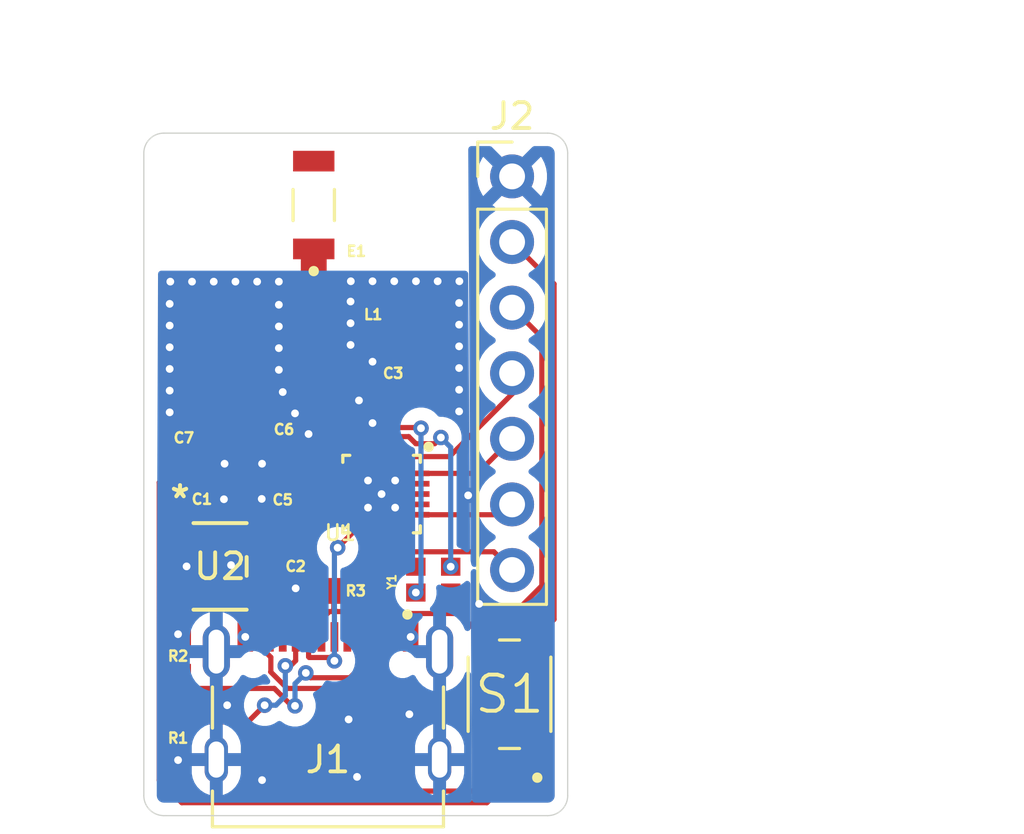
<source format=kicad_pcb>
(kicad_pcb (version 20241229) (generator "pcbnew") (generator_version "9.0")
  (layers (0 "F.Cu" signal) (2 "B.Cu" signal) (13 "F.Paste" user) (15 "B.Paste" user) (5 "F.SilkS" user "F.Silkscreen") (7 "B.SilkS" user "B.Silkscreen") (1 "F.Mask" user) (3 "B.Mask" user) (25 "Edge.Cuts" user))
  (net 0 "")
  (net 1 "+5V")
  (net 2 "GND")
  (net 3 "+3.3V")
  (net 4 "PA1")
  (net 5 "Net-(J1-CC1_A)")
  (net 6 "Net-(J1-CC1_B)")
  (net 7 "PA0")
  (net 8 "Net-(R3-Pad1)")
  (net 11 "V5")
  (net 13 "PA3")
  (net 14 "Net-(U1-XI)")
  (net 17 "PA2")
  (net 20 "Net-(U1-XO)")
  (net 21 "PA7")
  (net 26 "ANTENNA")
  (net 27 "PA4")
  (net 28 "Net-(E1-Pad1)")
  (footprint "Personal:0603" (layer "F.Cu") (at 154.45 139.85 -90)
    (property "Reference" "R2" (at 0 0 180) (layer "F.SilkS") (effects (font (size 0.394126 0.394126) (thickness 0.098532))))
    (property "Value" "5.1k" (hide yes))
    (pad "1" smd rect (at -0.85 0 270) (size 1.1 1) (layers "F.Cu" "F.Mask" "F.Paste") (net 2 "GND"))
    (pad "2" smd rect (at 0.85 0 270) (size 1.1 1) (layers "F.Cu" "F.Mask" "F.Paste") (net 6 "Net-(J1-CC1_B)"))
  )
  (footprint "Personal:0603" (layer "F.Cu") (at 161.325 137.325 180)
    (property "Reference" "R3" (at 0 0 0) (layer "F.SilkS") (effects (font (size 0.394126 0.394126) (thickness 0.098532))))
    (property "Value" "1.5k" (hide yes))
    (pad "1" smd rect (at -0.85 0 180) (size 1.1 1) (layers "F.Cu" "F.Mask" "F.Paste") (net 8 "Net-(R3-Pad1)"))
    (pad "2" smd rect (at 0.85 0 180) (size 1.1 1) (layers "F.Cu" "F.Mask" "F.Paste") (net 4 "PA1"))
  )
  (footprint "Personal:0603" (layer "F.Cu") (at 155.4 132.4)
    (property "Reference" "C7" (at -0.725 -1 0) (layer "F.SilkS") (effects (font (size 0.394126 0.394126) (thickness 0.098532))))
    (property "Value" "0.1uF" (hide yes))
    (pad "1" smd rect (at -0.85 0) (size 1.1 1) (layers "F.Cu" "F.Mask" "F.Paste") (net 3 "+3.3V"))
    (pad "2" smd rect (at 0.85 0) (size 1.1 1) (layers "F.Cu" "F.Mask" "F.Paste") (net 2 "GND"))
  )
  (footprint "Personal:0603" (layer "F.Cu") (at 159 136.375 90)
    (property "Reference" "C2" (at 0 0 180) (layer "F.SilkS") (effects (font (size 0.394126 0.394126) (thickness 0.098532))))
    (property "Value" "1uF" (hide yes))
    (pad "1" smd rect (at -0.85 0 90) (size 1.1 1) (layers "F.Cu" "F.Mask" "F.Paste") (net 2 "GND"))
    (pad "2" smd rect (at 0.85 0 90) (size 1.1 1) (layers "F.Cu" "F.Mask" "F.Paste") (net 3 "+3.3V"))
  )
  (footprint "Personal:0603" (layer "F.Cu") (at 158.55 132.4 180)
    (property "Reference" "C6" (at 0 1.325 0) (layer "F.SilkS") (effects (font (size 0.394126 0.394126) (thickness 0.098532))))
    (property "Value" "2.2uF" (hide yes))
    (pad "1" smd rect (at -0.85 0 180) (size 1.1 1) (layers "F.Cu" "F.Mask" "F.Paste") (net 3 "+3.3V"))
    (pad "2" smd rect (at 0.85 0 180) (size 1.1 1) (layers "F.Cu" "F.Mask" "F.Paste") (net 2 "GND"))
  )
  (footprint "Personal:32mhz crystal" (layer "F.Cu") (at 164.325 136.8875 90)
    (property "Reference" "Y1" (at -0.084 -1.6032 90) (layer "F.SilkS") (effects (font (size 0.32 0.32))))
    (property "Value" "32mhz")
    (fp_circle (center -1.35 -1) (end -1.25 -1) (stroke (width 0.2)) (fill no) (layer "F.SilkS"))
    (pad "1" smd rect (at -0.5 -0.675 90) (size 0.7 0.75) (layers "F.Cu" "F.Mask" "F.Paste") (net 14 "Net-(U1-XI)"))
    (pad "2" smd rect (at -0.5 0.675 90) (size 0.7 0.75) (layers "F.Cu" "F.Mask" "F.Paste"))
    (pad "3" smd rect (at 0.5 0.675 90) (size 0.7 0.75) (layers "F.Cu" "F.Mask" "F.Paste") (net 20 "Net-(U1-XO)"))
    (pad "4" smd rect (at 0.5 -0.675 90) (size 0.7 0.75) (layers "F.Cu" "F.Mask" "F.Paste"))
  )
  (footprint "Personal:0603" (layer "F.Cu") (at 154.45 143.025 90)
    (property "Reference" "R1" (at 0 0 180) (layer "F.SilkS") (effects (font (size 0.394126 0.394126) (thickness 0.098532))))
    (property "Value" "5.1k" (hide yes))
    (pad "1" smd rect (at -0.85 0 90) (size 1.1 1) (layers "F.Cu" "F.Mask" "F.Paste") (net 2 "GND"))
    (pad "2" smd rect (at 0.85 0 90) (size 1.1 1) (layers "F.Cu" "F.Mask" "F.Paste") (net 5 "Net-(J1-CC1_A)"))
  )
  (footprint "fab:PinHeader_1x07_P2.54mm_Vertical_THT_D1mm" (layer "F.Cu") (at 167.375 121.275)
    (property "Reference" "J2" (at 0 -2.33 0) (layer "F.SilkS"))
    (property "Value" "Conn_PinHeader_1x07_P2.54mm_Vertical_THT_D1mm")
    (fp_line (start -1.33 -1.33) (end 0 -1.33) (stroke (width 0.12)) (layer "F.SilkS"))
    (fp_line (start -1.33 0) (end -1.33 -1.33) (stroke (width 0.12)) (layer "F.SilkS"))
    (fp_line (start -1.33 1.27) (end -1.33 16.57) (stroke (width 0.12)) (layer "F.SilkS"))
    (fp_line (start -1.33 1.27) (end 1.33 1.27) (stroke (width 0.12)) (layer "F.SilkS"))
    (fp_line (start -1.33 16.57) (end 1.33 16.57) (stroke (width 0.12)) (layer "F.SilkS"))
    (fp_line (start 1.33 1.27) (end 1.33 16.57) (stroke (width 0.12)) (layer "F.SilkS"))
    (pad "1" thru_hole circle (at 0 0) (size 1.7 1.7) (drill 1) (layers "*.Cu" "*.Mask" "In1.Cu" "In2.Cu" "In3.Cu" "In4.Cu" "In5.Cu" "In6.Cu" "In7.Cu" "In8.Cu" "In9.Cu" "In10.Cu" "In11.Cu" "In12.Cu" "In13.Cu" "In14.Cu" "In15.Cu" "In16.Cu" "In17.Cu" "In18.Cu" "In19.Cu" "In20.Cu" "In21.Cu" "In22.Cu" "In23.Cu" "In24.Cu" "In25.Cu" "In26.Cu" "In27.Cu" "In28.Cu" "In29.Cu" "In30.Cu") (net 2 "GND"))
    (pad "2" thru_hole oval (at 0 2.54) (size 1.7 1.7) (drill 1) (layers "*.Cu" "*.Mask" "In1.Cu" "In2.Cu" "In3.Cu" "In4.Cu" "In5.Cu" "In6.Cu" "In7.Cu" "In8.Cu" "In9.Cu" "In10.Cu" "In11.Cu" "In12.Cu" "In13.Cu" "In14.Cu" "In15.Cu" "In16.Cu" "In17.Cu" "In18.Cu" "In19.Cu" "In20.Cu" "In21.Cu" "In22.Cu" "In23.Cu" "In24.Cu" "In25.Cu" "In26.Cu" "In27.Cu" "In28.Cu" "In29.Cu" "In30.Cu") (net 3 "+3.3V"))
    (pad "3" thru_hole oval (at 0 5.08) (size 1.7 1.7) (drill 1) (layers "*.Cu" "*.Mask" "In1.Cu" "In2.Cu" "In3.Cu" "In4.Cu" "In5.Cu" "In6.Cu" "In7.Cu" "In8.Cu" "In9.Cu" "In10.Cu" "In11.Cu" "In12.Cu" "In13.Cu" "In14.Cu" "In15.Cu" "In16.Cu" "In17.Cu" "In18.Cu" "In19.Cu" "In20.Cu" "In21.Cu" "In22.Cu" "In23.Cu" "In24.Cu" "In25.Cu" "In26.Cu" "In27.Cu" "In28.Cu" "In29.Cu" "In30.Cu") (net 1 "+5V"))
    (pad "4" thru_hole oval (at 0 7.62) (size 1.7 1.7) (drill 1) (layers "*.Cu" "*.Mask" "In1.Cu" "In2.Cu" "In3.Cu" "In4.Cu" "In5.Cu" "In6.Cu" "In7.Cu" "In8.Cu" "In9.Cu" "In10.Cu" "In11.Cu" "In12.Cu" "In13.Cu" "In14.Cu" "In15.Cu" "In16.Cu" "In17.Cu" "In18.Cu" "In19.Cu" "In20.Cu" "In21.Cu" "In22.Cu" "In23.Cu" "In24.Cu" "In25.Cu" "In26.Cu" "In27.Cu" "In28.Cu" "In29.Cu" "In30.Cu") (net 13 "PA3"))
    (pad "5" thru_hole oval (at 0 10.16) (size 1.7 1.7) (drill 1) (layers "*.Cu" "*.Mask" "In1.Cu" "In2.Cu" "In3.Cu" "In4.Cu" "In5.Cu" "In6.Cu" "In7.Cu" "In8.Cu" "In9.Cu" "In10.Cu" "In11.Cu" "In12.Cu" "In13.Cu" "In14.Cu" "In15.Cu" "In16.Cu" "In17.Cu" "In18.Cu" "In19.Cu" "In20.Cu" "In21.Cu" "In22.Cu" "In23.Cu" "In24.Cu" "In25.Cu" "In26.Cu" "In27.Cu" "In28.Cu" "In29.Cu" "In30.Cu") (net 17 "PA2"))
    (pad "6" thru_hole oval (at 0 12.7) (size 1.7 1.7) (drill 1) (layers "*.Cu" "*.Mask" "In1.Cu" "In2.Cu" "In3.Cu" "In4.Cu" "In5.Cu" "In6.Cu" "In7.Cu" "In8.Cu" "In9.Cu" "In10.Cu" "In11.Cu" "In12.Cu" "In13.Cu" "In14.Cu" "In15.Cu" "In16.Cu" "In17.Cu" "In18.Cu" "In19.Cu" "In20.Cu" "In21.Cu" "In22.Cu" "In23.Cu" "In24.Cu" "In25.Cu" "In26.Cu" "In27.Cu" "In28.Cu" "In29.Cu" "In30.Cu") (net 21 "PA7"))
    (pad "7" thru_hole oval (at 0 15.24) (size 1.7 1.7) (drill 1) (layers "*.Cu" "*.Mask" "In1.Cu" "In2.Cu" "In3.Cu" "In4.Cu" "In5.Cu" "In6.Cu" "In7.Cu" "In8.Cu" "In9.Cu" "In10.Cu" "In11.Cu" "In12.Cu" "In13.Cu" "In14.Cu" "In15.Cu" "In16.Cu" "In17.Cu" "In18.Cu" "In19.Cu" "In20.Cu" "In21.Cu" "In22.Cu" "In23.Cu" "In24.Cu" "In25.Cu" "In26.Cu" "In27.Cu" "In28.Cu" "In29.Cu" "In30.Cu") (net 27 "PA4"))
  )
  (footprint "300mah 3.3v vreg:SOT-23-5_MC_MCH" (layer "F.Cu") (at 156.075 136.375)
    (property "Reference" "U2" (at 0 0 0) (layer "F.SilkS"))
    (property "Value" "MIC5504-3.3YM5-TR")
    (fp_line (start -1.0287 1.6764) (end 1.0287 1.6764) (stroke (width 0.1524)) (layer "F.SilkS"))
    (fp_line (start 1.0287 -1.6764) (end -1.0287 -1.6764) (stroke (width 0.1524)) (layer "F.SilkS"))
    (fp_line (start 1.0287 0.363261) (end 1.0287 -0.363261) (stroke (width 0.1524)) (layer "F.SilkS"))
    (fp_text user "*" (at -1.5494 -2.601 0) (layer "F.SilkS"))
    (fp_text user "*" (at -1.5494 -2.601 0) (layer "F.SilkS"))
    (pad "1" smd rect (at -1.2954 -0.950001) (size 1.3208 0.508) (layers "F.Cu" "F.Mask" "F.Paste") (net 1 "+5V"))
    (pad "2" smd rect (at -1.2954 0) (size 1.3208 0.508) (layers "F.Cu" "F.Mask" "F.Paste") (net 2 "GND"))
    (pad "3" smd rect (at -1.2954 0.950001) (size 1.3208 0.508) (layers "F.Cu" "F.Mask" "F.Paste") (net 1 "+5V"))
    (pad "4" smd rect (at 1.2954 0.950001) (size 1.3208 0.508) (layers "F.Cu" "F.Mask" "F.Paste"))
    (pad "5" smd rect (at 1.2954 -0.950001) (size 1.3208 0.508) (layers "F.Cu" "F.Mask" "F.Paste") (net 3 "+3.3V"))
  )
  (footprint "Personal:0603" (layer "F.Cu") (at 160.55 128.9 180)
    (property "Reference" "C3" (at -2.225 0 0) (layer "F.SilkS") (effects (font (size 0.394126 0.394126) (thickness 0.098532))))
    (property "Value" "1.5pF" (hide yes))
    (pad "1" smd rect (at -0.85 0 180) (size 1.1 1) (layers "F.Cu" "F.Mask" "F.Paste") (net 2 "GND"))
    (pad "2" smd rect (at 0.85 0 180) (size 1.1 1) (layers "F.Cu" "F.Mask" "F.Paste") (net 26 "ANTENNA"))
  )
  (footprint "Personal:0603" (layer "F.Cu") (at 158.525 133.775 180)
    (property "Reference" "C5" (at 0.025 -0.025 0) (layer "F.SilkS") (effects (font (size 0.394126 0.394126) (thickness 0.098532))))
    (property "Value" "2.2uF" (hide yes))
    (pad "1" smd rect (at -0.85 0 180) (size 1.1 1) (layers "F.Cu" "F.Mask" "F.Paste") (net 11 "V5"))
    (pad "2" smd rect (at 0.85 0 180) (size 1.1 1) (layers "F.Cu" "F.Mask" "F.Paste") (net 2 "GND"))
  )
  (footprint "usbcport:usbcport" (layer "F.Cu") (at 160.25 143.855)
    (property "Reference" "J1" (at 0 0 0) (layer "F.SilkS"))
    (property "Value" "12402012E212A")
    (fp_line (start -4.47 -2.81) (end -4.47 -1.22) (stroke (width 0.127)) (layer "F.SilkS"))
    (fp_line (start -4.47 2.6) (end -4.47 1.22) (stroke (width 0.127)) (layer "F.SilkS"))
    (fp_line (start 4.47 -2.81) (end 4.47 -1.22) (stroke (width 0.127)) (layer "F.SilkS"))
    (fp_line (start 4.47 2.6) (end -4.47 2.6) (stroke (width 0.127)) (layer "F.SilkS"))
    (fp_line (start 4.47 2.6) (end 4.47 1.22) (stroke (width 0.127)) (layer "F.SilkS"))
    (pad "" np_thru_hole circle (at -2.89 -3.68) (size 0.65 0.65) (drill 0.65) (layers "*.Cu" "*.Mask" "In1.Cu" "In2.Cu" "In3.Cu" "In4.Cu" "In5.Cu" "In6.Cu" "In7.Cu" "In8.Cu" "In9.Cu" "In10.Cu" "In11.Cu" "In12.Cu" "In13.Cu" "In14.Cu" "In15.Cu" "In16.Cu" "In17.Cu" "In18.Cu" "In19.Cu" "In20.Cu" "In21.Cu" "In22.Cu" "In23.Cu" "In24.Cu" "In25.Cu" "In26.Cu" "In27.Cu" "In28.Cu" "In29.Cu" "In30.Cu"))
    (pad "" np_thru_hole circle (at 2.89 -3.68) (size 0.65 0.65) (drill 0.65) (layers "*.Cu" "*.Mask" "In1.Cu" "In2.Cu" "In3.Cu" "In4.Cu" "In5.Cu" "In6.Cu" "In7.Cu" "In8.Cu" "In9.Cu" "In10.Cu" "In11.Cu" "In12.Cu" "In13.Cu" "In14.Cu" "In15.Cu" "In16.Cu" "In17.Cu" "In18.Cu" "In19.Cu" "In20.Cu" "In21.Cu" "In22.Cu" "In23.Cu" "In24.Cu" "In25.Cu" "In26.Cu" "In27.Cu" "In28.Cu" "In29.Cu" "In30.Cu"))
    (pad "A1_B12" smd rect (at -3.2 -4.75) (size 0.6 1.14) (layers "F.Cu" "F.Mask" "F.Paste") (net 2 "GND"))
    (pad "A4_B9" smd rect (at -2.4 -4.75) (size 0.6 1.14) (layers "F.Cu" "F.Mask" "F.Paste") (net 1 "+5V"))
    (pad "A5" smd rect (at -1.25 -4.75) (size 0.3 1.14) (layers "F.Cu" "F.Mask" "F.Paste") (net 5 "Net-(J1-CC1_A)"))
    (pad "A6" smd rect (at -0.25 -4.75) (size 0.3 1.14) (layers "F.Cu" "F.Mask" "F.Paste") (net 4 "PA1"))
    (pad "A7" smd rect (at 0.25 -4.75) (size 0.3 1.14) (layers "F.Cu" "F.Mask" "F.Paste") (net 7 "PA0"))
    (pad "A8" smd rect (at 1.25 -4.75) (size 0.3 1.14) (layers "F.Cu" "F.Mask" "F.Paste"))
    (pad "B1_A12" smd rect (at 3.2 -4.75) (size 0.6 1.14) (layers "F.Cu" "F.Mask" "F.Paste") (net 2 "GND"))
    (pad "B4_A9" smd rect (at 2.4 -4.75) (size 0.6 1.14) (layers "F.Cu" "F.Mask" "F.Paste") (net 1 "+5V"))
    (pad "B5" smd rect (at 1.75 -4.75) (size 0.3 1.14) (layers "F.Cu" "F.Mask" "F.Paste") (net 6 "Net-(J1-CC1_B)"))
    (pad "B6" smd rect (at 0.75 -4.75) (size 0.3 1.14) (layers "F.Cu" "F.Mask" "F.Paste") (net 4 "PA1"))
    (pad "B7" smd rect (at -0.75 -4.75) (size 0.3 1.14) (layers "F.Cu" "F.Mask" "F.Paste") (net 7 "PA0"))
    (pad "B8" smd rect (at -1.75 -4.75) (size 0.3 1.14) (layers "F.Cu" "F.Mask" "F.Paste"))
    (pad "SH1" thru_hole oval (at -4.32 -4.18) (size 1.05 2.1) (drill oval 0.6 1.7) (layers "*.Cu" "*.Mask" "In1.Cu" "In2.Cu" "In3.Cu" "In4.Cu" "In5.Cu" "In6.Cu" "In7.Cu" "In8.Cu" "In9.Cu" "In10.Cu" "In11.Cu" "In12.Cu" "In13.Cu" "In14.Cu" "In15.Cu" "In16.Cu" "In17.Cu" "In18.Cu" "In19.Cu" "In20.Cu" "In21.Cu" "In22.Cu" "In23.Cu" "In24.Cu" "In25.Cu" "In26.Cu" "In27.Cu" "In28.Cu" "In29.Cu" "In30.Cu") (net 2 "GND"))
    (pad "SH2" thru_hole oval (at 4.32 -4.18) (size 1.05 2.1) (drill oval 0.6 1.7) (layers "*.Cu" "*.Mask" "In1.Cu" "In2.Cu" "In3.Cu" "In4.Cu" "In5.Cu" "In6.Cu" "In7.Cu" "In8.Cu" "In9.Cu" "In10.Cu" "In11.Cu" "In12.Cu" "In13.Cu" "In14.Cu" "In15.Cu" "In16.Cu" "In17.Cu" "In18.Cu" "In19.Cu" "In20.Cu" "In21.Cu" "In22.Cu" "In23.Cu" "In24.Cu" "In25.Cu" "In26.Cu" "In27.Cu" "In28.Cu" "In29.Cu" "In30.Cu") (net 2 "GND"))
    (pad "SH3" thru_hole oval (at -4.32 0) (size 0.9 1.8) (drill oval 0.6 1.4) (layers "*.Cu" "*.Mask" "In1.Cu" "In2.Cu" "In3.Cu" "In4.Cu" "In5.Cu" "In6.Cu" "In7.Cu" "In8.Cu" "In9.Cu" "In10.Cu" "In11.Cu" "In12.Cu" "In13.Cu" "In14.Cu" "In15.Cu" "In16.Cu" "In17.Cu" "In18.Cu" "In19.Cu" "In20.Cu" "In21.Cu" "In22.Cu" "In23.Cu" "In24.Cu" "In25.Cu" "In26.Cu" "In27.Cu" "In28.Cu" "In29.Cu" "In30.Cu") (net 2 "GND"))
    (pad "SH4" thru_hole oval (at 4.32 0) (size 0.9 1.8) (drill oval 0.6 1.4) (layers "*.Cu" "*.Mask" "In1.Cu" "In2.Cu" "In3.Cu" "In4.Cu" "In5.Cu" "In6.Cu" "In7.Cu" "In8.Cu" "In9.Cu" "In10.Cu" "In11.Cu" "In12.Cu" "In13.Cu" "In14.Cu" "In15.Cu" "In16.Cu" "In17.Cu" "In18.Cu" "In19.Cu" "In20.Cu" "In21.Cu" "In22.Cu" "In23.Cu" "In24.Cu" "In25.Cu" "In26.Cu" "In27.Cu" "In28.Cu" "In29.Cu" "In30.Cu") (net 2 "GND"))
  )
  (footprint "Personal:button" (layer "F.Cu") (at 167.275 141.325 90)
    (property "Reference" "S1" (at 0 0 180) (layer "F.SilkS") (effects (font (size 1.4 1.4))))
    (property "Value" "TL3365AF180QG")
    (fp_line (start 1.4365 -1.6) (end -1.4365 -1.6) (stroke (width 0.127)) (layer "F.SilkS"))
    (fp_line (start -2.1 -0.3865) (end -2.1 0.3865) (stroke (width 0.127)) (layer "F.SilkS"))
    (fp_line (start 2.1 0.3865) (end 2.1 -0.3865) (stroke (width 0.127)) (layer "F.SilkS"))
    (fp_line (start -1.4365 1.6) (end 1.4365 1.6) (stroke (width 0.127)) (layer "F.SilkS"))
    (fp_circle (center -3.23 1.075) (end -3.13 1.075) (stroke (width 0.2)) (fill no) (layer "F.SilkS"))
    (pad "1" smd rect (at -2.25 1.075 90) (size 1 0.75) (layers "F.Cu" "F.Mask" "F.Paste") (net 3 "+3.3V"))
    (pad "2" smd rect (at 2.25 1.075 90) (size 1 0.75) (layers "F.Cu" "F.Mask" "F.Paste") (net 3 "+3.3V"))
    (pad "3" smd rect (at -2.25 -1.075 90) (size 1 0.75) (layers "F.Cu" "F.Mask" "F.Paste") (net 8 "Net-(R3-Pad1)"))
    (pad "4" smd rect (at 2.25 -1.075 90) (size 1 0.75) (layers "F.Cu" "F.Mask" "F.Paste") (net 8 "Net-(R3-Pad1)"))
  )
  (footprint "Personal:ceramic antenna" (layer "F.Cu") (at 159.7 122.3835 90)
    (property "Reference" "E1" (at -1.7915 1.65 180) (layer "F.SilkS") (effects (font (size 0.393701 0.393701))))
    (property "Value" "AMCA31-2R450G-S1F-T3")
    (fp_line (start -0.6 -0.8) (end 0.6 -0.8) (stroke (width 0.127)) (layer "F.SilkS"))
    (fp_line (start -0.6 0.8) (end 0.6 0.8) (stroke (width 0.127)) (layer "F.SilkS"))
    (fp_circle (center -2.558 0) (end -2.458 0) (stroke (width 0.2)) (fill no) (layer "F.SilkS"))
    (pad "1" smd rect (at -1.7 0 90) (size 0.8 1.6) (layers "F.Cu" "F.Mask" "F.Paste") (net 28 "Net-(E1-Pad1)"))
    (pad "2" smd rect (at 1.7 0 90) (size 0.8 1.6) (layers "F.Cu" "F.Mask" "F.Paste"))
  )
  (footprint "Personal:0603" (layer "F.Cu") (at 155.375 133.775 180)
    (property "Reference" "C1" (at 0 0 0) (layer "F.SilkS") (effects (font (size 0.394126 0.394126) (thickness 0.098532))))
    (property "Value" "1uF" (hide yes))
    (pad "1" smd rect (at -0.85 0 180) (size 1.1 1) (layers "F.Cu" "F.Mask" "F.Paste") (net 2 "GND"))
    (pad "2" smd rect (at 0.85 0 180) (size 1.1 1) (layers "F.Cu" "F.Mask" "F.Paste") (net 1 "+5V"))
  )
  (footprint "Ch572D:CH572D" (layer "F.Cu") (at 160.265 134.345 -90)
    (property "Reference" "U1" (at 0.73 -0.46 0) (layer "F.SilkS") (effects (font (size 0.6 0.6) (thickness 0.1))))
    (property "Value" "~")
    (fp_line (start -2.27 -0.56) (end -2 -0.56) (stroke (width 0.127)) (layer "F.SilkS"))
    (fp_line (start -2.27 -0.56) (end -2.27 -0.83) (stroke (width 0.127)) (layer "F.SilkS"))
    (fp_line (start 0.73 -0.56) (end 0.46 -0.56) (stroke (width 0.127)) (layer "F.SilkS"))
    (fp_line (start 0.73 -0.56) (end 0.73 -0.83) (stroke (width 0.127)) (layer "F.SilkS"))
    (fp_line (start -2.27 -3.56) (end -2.27 -3.29) (stroke (width 0.127)) (layer "F.SilkS"))
    (fp_line (start -2.27 -3.56) (end -2 -3.56) (stroke (width 0.127)) (layer "F.SilkS"))
    (fp_line (start 0.73 -3.56) (end 0.73 -3.29) (stroke (width 0.127)) (layer "F.SilkS"))
    (fp_line (start 0.73 -3.56) (end 0.46 -3.56) (stroke (width 0.127)) (layer "F.SilkS"))
    (fp_circle (center -2.6 -3.88) (end -2.5 -3.88) (stroke (width 0.2)) (fill no) (layer "F.SilkS"))
    (pad "1" smd rect (at -2.22 -2.86 270) (size 0.81 0.22) (layers "F.Cu" "F.Paste") (net 13 "PA3"))
    (pad "2" smd rect (at -2.22 -2.46 270) (size 0.81 0.22) (layers "F.Cu" "F.Paste") (net 20 "Net-(U1-XO)"))
    (pad "3" smd rect (at -2.22 -2.06 270) (size 0.81 0.22) (layers "F.Cu" "F.Paste") (net 14 "Net-(U1-XI)"))
    (pad "4" smd rect (at -2.22 -1.66 270) (size 0.81 0.22) (layers "F.Cu" "F.Paste"))
    (pad "5" smd rect (at -2.22 -1.26 270) (size 0.81 0.22) (layers "F.Cu" "F.Paste") (net 26 "ANTENNA"))
    (pad "6" smd rect (at -1.57 -0.61 270) (size 0.22 0.81) (layers "F.Cu" "F.Paste") (net 3 "+3.3V"))
    (pad "7" smd rect (at -1.17 -0.61 270) (size 0.22 0.81) (layers "F.Cu" "F.Paste") (net 3 "+3.3V"))
    (pad "8" smd rect (at -0.77 -0.61 270) (size 0.22 0.81) (layers "F.Cu" "F.Paste") (net 11 "V5"))
    (pad "9" smd rect (at -0.37 -0.61 270) (size 0.22 0.81) (layers "F.Cu" "F.Paste"))
    (pad "10" smd rect (at 0.03 -0.61 270) (size 0.22 0.81) (layers "F.Cu" "F.Paste"))
    (pad "11" smd rect (at 0.68 -1.26 270) (size 0.81 0.22) (layers "F.Cu" "F.Paste") (net 7 "PA0"))
    (pad "12" smd rect (at 0.68 -1.66 270) (size 0.81 0.22) (layers "F.Cu" "F.Paste") (net 4 "PA1"))
    (pad "13" smd rect (at 0.68 -2.06 270) (size 0.81 0.22) (layers "F.Cu" "F.Paste") (net 27 "PA4"))
    (pad "14" smd rect (at 0.68 -2.46 270) (size 0.81 0.22) (layers "F.Cu" "F.Paste"))
    (pad "15" smd rect (at 0.68 -2.86 270) (size 0.81 0.22) (layers "F.Cu" "F.Paste"))
    (pad "16" smd rect (at 0.03 -3.51 270) (size 0.22 0.81) (layers "F.Cu" "F.Paste") (net 21 "PA7"))
    (pad "17" smd rect (at -0.37 -3.51 270) (size 0.22 0.81) (layers "F.Cu" "F.Paste"))
    (pad "18" smd rect (at -0.77 -3.51 270) (size 0.22 0.81) (layers "F.Cu" "F.Paste"))
    (pad "19" smd rect (at -1.17 -3.51 270) (size 0.22 0.81) (layers "F.Cu" "F.Paste"))
    (pad "20" smd rect (at -1.57 -3.51 270) (size 0.22 0.81) (layers "F.Cu" "F.Paste") (net 17 "PA2"))
    (pad "21" smd rect (at -0.77 -2.06 270) (size 1.7 1.7) (layers "F.Cu") (net 2 "GND"))
  )
  (footprint "Personal:0603" (layer "F.Cu") (at 159.7 126.65 -90)
    (property "Reference" "L1" (at -0.025 -2.3 180) (layer "F.SilkS") (effects (font (size 0.394126 0.394126) (thickness 0.098532))))
    (property "Value" "3.9nH" (hide yes))
    (pad "1" smd rect (at -0.85 0 270) (size 1.1 1) (layers "F.Cu" "F.Mask" "F.Paste") (net 28 "Net-(E1-Pad1)"))
    (pad "2" smd rect (at 0.85 0 270) (size 1.1 1) (layers "F.Cu" "F.Mask" "F.Paste") (net 26 "ANTENNA"))
  )
  (gr_curve (pts (xy 159.7 128.9) (xy 159.7 130) (xy 161 130.6) (xy 161 131.85)) (stroke (width 1.202)) (layer "F.Cu") (net 26))
  (gr_rect (start 159.225 127.2375) (end 160.175 129.1625) (stroke (width 0.05)) (fill yes) (layer "F.Cu") (net 26))
  (gr_rect (start 159.225 124.1) (end 160.175 126.025) (stroke (width 0.05)) (fill yes) (layer "F.Cu") (net 28))
  (gr_arc (start 169.526992 145.25) (mid 169.3 145.798008) (end 168.751992 146.025) (stroke (width 0.05)) (layer "Edge.Cuts"))
  (gr_arc (start 153.125 120.375) (mid 153.351992 119.826992) (end 153.9 119.6) (stroke (width 0.05)) (layer "Edge.Cuts"))
  (gr_arc (start 168.75 119.6) (mid 169.298008 119.826992) (end 169.525 120.375) (stroke (width 0.05)) (layer "Edge.Cuts"))
  (gr_line (start 169.525 120.375) (end 169.525 145.25) (stroke (width 0.05)) (layer "Edge.Cuts"))
  (gr_line (start 153.125 145.25) (end 153.125 120.4) (stroke (width 0.05)) (layer "Edge.Cuts"))
  (gr_line (start 168.75 146.025) (end 153.9 146.025) (stroke (width 0.05)) (layer "Edge.Cuts"))
  (gr_line (start 153.9 119.6) (end 168.75 119.6) (stroke (width 0.05)) (layer "Edge.Cuts"))
  (gr_arc (start 153.9 146.025) (mid 153.351992 145.798008) (end 153.125 145.25) (stroke (width 0.05)) (layer "Edge.Cuts"))
  (segment (start 168.526 127.506) (end 168.526 137.124) (width 0.2) (layer "F.Cu") (net 1))
  (segment (start 158.04 139.893335) (end 158.04 140.456665) (width 0.2) (layer "F.Cu") (net 1))
  (segment (start 167.3 144) (end 166.225 145.075) (width 0.2) (layer "F.Cu") (net 1))
  (segment (start 158.04 140.456665) (end 158.035833 140.460833) (width 0.2) (layer "F.Cu") (net 1))
  (segment (start 163.375 145.075) (end 162.46 144.16) (width 0.2) (layer "F.Cu") (net 1))
  (segment (start 155.668 136.843001) (end 155.668 135.893) (width 0.2) (layer "F.Cu") (net 1))
  (segment (start 161.197 141.1) (end 162.65 139.647) (width 0.2) (layer "F.Cu") (net 1))
  (segment (start 158.675 141.1) (end 161.197 141.1) (width 0.2) (layer "F.Cu") (net 1))
  (segment (start 162.46 139.295) (end 162.65 139.105) (width 0.2) (layer "F.Cu") (net 1))
  (segment (start 154.525 135.170399) (end 154.7796 135.424999) (width 0.2) (layer "F.Cu") (net 1))
  (segment (start 155.2616 137.807001) (end 154.7796 137.325001) (width 0.2) (layer "F.Cu") (net 1))
  (segment (start 157.85 138.335) (end 157.322001 137.807001) (width 0.2) (layer "F.Cu") (net 1))
  (segment (start 155.186 137.325001) (end 155.668 136.843001) (width 0.2) (layer "F.Cu") (net 1))
  (segment (start 158.035833 140.460833) (end 158.675 141.1) (width 0.2) (layer "F.Cu") (net 1))
  (segment (start 157.322001 137.807001) (end 155.2616 137.807001) (width 0.2) (layer "F.Cu") (net 1))
  (segment (start 168.526 137.124) (end 167.3 138.35) (width 0.2) (layer "F.Cu") (net 1))
  (segment (start 166.225 145.075) (end 163.375 145.075) (width 0.2) (layer "F.Cu") (net 1))
  (segment (start 155.668 135.893) (end 155.199999 135.424999) (width 0.2) (layer "F.Cu") (net 1))
  (segment (start 162.46 144.16) (end 162.46 139.295) (width 0.2) (layer "F.Cu") (net 1))
  (segment (start 157.85 139.105) (end 157.85 138.335) (width 0.2) (layer "F.Cu") (net 1))
  (segment (start 157.85 139.105) (end 157.85 139.703335) (width 0.2) (layer "F.Cu") (net 1))
  (segment (start 162.65 139.647) (end 162.65 139.105) (width 0.2) (layer "F.Cu") (net 1))
  (segment (start 155.199999 135.424999) (end 154.7796 135.424999) (width 0.2) (layer "F.Cu") (net 1))
  (segment (start 167.375 126.355) (end 168.526 127.506) (width 0.2) (layer "F.Cu") (net 1))
  (segment (start 154.7796 137.325001) (end 155.186 137.325001) (width 0.2) (layer "F.Cu") (net 1))
  (segment (start 167.3 138.35) (end 167.3 144) (width 0.2) (layer "F.Cu") (net 1))
  (segment (start 157.85 139.703335) (end 158.04 139.893335) (width 0.2) (layer "F.Cu") (net 1))
  (segment (start 154.525 133.775) (end 154.525 135.170399) (width 0.2) (layer "F.Cu") (net 1))
  (segment (start 157.6875 133.7625) (end 157.675 133.775) (width 0.2) (layer "F.Cu") (net 2))
  (segment (start 156.225 132.425) (end 156.25 132.4) (width 0.2) (layer "F.Cu") (net 2))
  (segment (start 157.7 133.75) (end 157.6875 133.7625) (width 0.2) (layer "F.Cu") (net 2))
  (via (at 161.45 129.95) (size 0.6) (drill 0.3) (layers "F.Cu" "B.Cu") (net 2))
  (via (at 158.35 127.085) (size 0.6) (drill 0.3) (layers "F.Cu" "B.Cu") (net 2))
  (via (at 165.335 125.335) (size 0.6) (drill 0.3) (layers "F.Cu" "B.Cu") (net 2))
  (via (at 159.5 131.25) (size 0.6) (drill 0.3) (layers "F.Cu" "B.Cu") (net 2))
  (via (at 156.35 141.75) (size 0.6) (drill 0.3) (layers "F.Cu" "B.Cu") (net 2))
  (via (at 162.85 134.1) (size 0.6) (drill 0.3) (layers "F.Cu" "B.Cu") (net 2))
  (via (at 161.125 127.8) (size 0.6) (drill 0.3) (layers "F.Cu" "B.Cu") (net 2))
  (via (at 157.6875 133.7625) (size 0.6) (drill 0.3) (layers "F.Cu" "B.Cu") (net 2))
  (via (at 161.125 126.96) (size 0.6) (drill 0.3) (layers "F.Cu" "B.Cu") (net 2))
  (via (at 155.83 125.35) (size 0.6) (drill 0.3) (layers "F.Cu" "B.Cu") (net 2))
  (via (at 165.325 130.375) (size 0.6) (drill 0.3) (layers "F.Cu" "B.Cu") (net 2))
  (via (at 156.225 133.775) (size 0.6) (drill 0.3) (layers "F.Cu" "B.Cu") (net 2))
  (via (at 165.325 128.695) (size 0.6) (drill 0.3) (layers "F.Cu" "B.Cu") (net 2))
  (via (at 154.125 127.89) (size 0.6) (drill 0.3) (layers "F.Cu" "B.Cu") (net 2))
  (via (at 163.4 142.1) (size 0.6) (drill 0.3) (layers "F.Cu" "B.Cu") (net 2))
  (via (at 156.67 125.35) (size 0.6) (drill 0.3) (layers "F.Cu" "B.Cu") (net 2))
  (via (at 154.125 126.21) (size 0.6) (drill 0.3) (layers "F.Cu" "B.Cu") (net 2))
  (via (at 161.125 126.12) (size 0.6) (drill 0.3) (layers "F.Cu" "B.Cu") (net 2))
  (via (at 154.99 125.35) (size 0.6) (drill 0.3) (layers "F.Cu" "B.Cu") (net 2))
  (via (at 154.15 125.35) (size 0.6) (drill 0.3) (layers "F.Cu" "B.Cu") (net 2))
  (via (at 162.815 125.335) (size 0.6) (drill 0.3) (layers "F.Cu" "B.Cu") (net 2))
  (via (at 156.25 132.4) (size 0.6) (drill 0.3) (layers "F.Cu" "B.Cu") (net 2))
  (via (at 165.325 126.175) (size 0.6) (drill 0.3) (layers "F.Cu" "B.Cu") (net 2))
  (via (at 161.05 142.3) (size 0.6) (drill 0.3) (layers "F.Cu" "B.Cu") (net 2))
  (via (at 154.125 129.57) (size 0.6) (drill 0.3) (layers "F.Cu" "B.Cu") (net 2))
  (via (at 158.35 125.35) (size 0.6) (drill 0.3) (layers "F.Cu" "B.Cu") (net 2))
  (via (at 162.85 133.05) (size 0.6) (drill 0.3) (layers "F.Cu" "B.Cu") (net 2))
  (via (at 154.125 128.73) (size 0.6) (drill 0.3) (layers "F.Cu" "B.Cu") (net 2))
  (via (at 165.325 129.535) (size 0.6) (drill 0.3) (layers "F.Cu" "B.Cu") (net 2))
  (via (at 158.5 129.625) (size 0.6) (drill 0.3) (layers "F.Cu" "B.Cu") (net 2))
  (via (at 157.7 144.65) (size 0.6) (drill 0.3) (layers "F.Cu" "B.Cu") (net 2))
  (via (at 166.1 137.825) (size 0.6) (drill 0.3) (layers "F.Cu" "B.Cu") (net 2))
  (via (at 154.125 130.41) (size 0.6) (drill 0.3) (layers "F.Cu" "B.Cu") (net 2))
  (via (at 161.375 144.525) (size 0.6) (drill 0.3) (layers "F.Cu" "B.Cu") (net 2))
  (via (at 158.35 126.245) (size 0.6) (drill 0.3) (layers "F.Cu" "B.Cu") (net 2))
  (via (at 158.35 128.765) (size 0.6) (drill 0.3) (layers "F.Cu" "B.Cu") (net 2))
  (via (at 165.325 127.855) (size 0.6) (drill 0.3) (layers "F.Cu" "B.Cu") (net 2))
  (via (at 157.51 125.35) (size 0.6) (drill 0.3) (layers "F.Cu" "B.Cu") (net 2))
  (via (at 165.675 133.625) (size 0.6) (drill 0.3) (layers "F.Cu" "B.Cu") (net 2))
  (via (at 161.975 128.45) (size 0.6) (drill 0.3) (layers "F.Cu" "B.Cu") (net 2))
  (via (at 161.8 133.05) (size 0.6) (drill 0.3) (layers "F.Cu" "B.Cu") (net 2))
  (via (at 154.45 143.875) (size 0.6) (drill 0.3) (layers "F.Cu" "B.Cu") (net 2))
  (via (at 154.7796 136.375) (size 0.6) (drill 0.3) (layers "F.Cu" "B.Cu") (net 2))
  (via (at 162.325 133.575002) (size 0.6) (drill 0.3) (layers "F.Cu" "B.Cu") (net 2))
  (via (at 159 137.225) (size 0.6) (drill 0.3) (layers "F.Cu" "B.Cu") (net 2))
  (via (at 157.05 139.105) (size 0.6) (drill 0.3) (layers "F.Cu" "B.Cu") (net 2))
  (via (at 161.975 125.335) (size 0.6) (drill 0.3) (layers "F.Cu" "B.Cu") (net 2))
  (via (at 161.135 125.335) (size 0.6) (drill 0.3) (layers "F.Cu" "B.Cu") (net 2))
  (via (at 165.325 127.015) (size 0.6) (drill 0.3) (layers "F.Cu" "B.Cu") (net 2))
  (via (at 154.45 139) (size 0.6) (drill 0.3) (layers "F.Cu" "B.Cu") (net 2))
  (via (at 161.975 130.825) (size 0.6) (drill 0.3) (layers "F.Cu" "B.Cu") (net 2))
  (via (at 158.975 130.45) (size 0.6) (drill 0.3) (layers "F.Cu" "B.Cu") (net 2))
  (via (at 154.125 127.05) (size 0.6) (drill 0.3) (layers "F.Cu" "B.Cu") (net 2))
  (via (at 164.495 125.335) (size 0.6) (drill 0.3) (layers "F.Cu" "B.Cu") (net 2))
  (via (at 157.7 132.4) (size 0.6) (drill 0.3) (layers "F.Cu" "B.Cu") (net 2))
  (via (at 161.8 134.1) (size 0.6) (drill 0.3) (layers "F.Cu" "B.Cu") (net 2))
  (via (at 163.655 125.335) (size 0.6) (drill 0.3) (layers "F.Cu" "B.Cu") (net 2))
  (via (at 156.5 136.325) (size 0.6) (drill 0.3) (layers "F.Cu" "B.Cu") (net 2))
  (via (at 158.35 127.925) (size 0.6) (drill 0.3) (layers "F.Cu" "B.Cu") (net 2))
  (via (at 163.45 139.105) (size 0.6) (drill 0.3) (layers "F.Cu" "B.Cu") (net 2))
  (segment (start 169 125.44) (end 169 138.425) (width 0.2) (layer "F.Cu") (net 3))
  (segment (start 168.35 143.575) (end 166.4 145.525) (width 0.2) (layer "F.Cu") (net 3))
  (segment (start 159 135.525) (end 158.525 135.05) (width 0.2) (layer "F.Cu") (net 3))
  (segment (start 160.875 133.175) (end 160.875 132.775) (width 0.2) (layer "F.Cu") (net 3))
  (segment (start 158.475 131.475) (end 159.4 132.4) (width 0.2) (layer "F.Cu") (net 3))
  (segment (start 153.722 133.125) (end 154.447 132.4) (width 0.2) (layer "F.Cu") (net 3))
  (segment (start 154.55 132.4) (end 155.475 131.475) (width 0.2) (layer "F.Cu") (net 3))
  (segment (start 158.525 133.119) (end 159.244 132.4) (width 0.2) (layer "F.Cu") (net 3))
  (segment (start 168.35 143.575) (end 168.35 139.075) (width 0.2) (layer "F.Cu") (net 3))
  (segment (start 153.722 144.653) (end 153.722 133.125) (width 0.2) (layer "F.Cu") (net 3))
  (segment (start 155.475 131.475) (end 158.475 131.475) (width 0.2) (layer "F.Cu") (net 3))
  (segment (start 159 135.525) (end 157.470401 135.525) (width 0.2) (layer "F.Cu") (net 3))
  (segment (start 159.775 132.775) (end 160.875 132.775) (width 0.2) (layer "F.Cu") (net 3))
  (segment (start 167.375 123.815) (end 169 125.44) (width 0.2) (layer "F.Cu") (net 3))
  (segment (start 157.470401 135.525) (end 157.3704 135.424999) (width 0.2) (layer "F.Cu") (net 3))
  (segment (start 154.447 132.4) (end 154.55 132.4) (width 0.2) (layer "F.Cu") (net 3))
  (segment (start 158.525 135.05) (end 158.525 133.119) (width 0.2) (layer "F.Cu") (net 3))
  (segment (start 154.594 145.525) (end 153.722 144.653) (width 0.2) (layer "F.Cu") (net 3))
  (segment (start 159.244 132.4) (end 159.8 132.4) (width 0.2) (layer "F.Cu") (net 3))
  (segment (start 166.4 145.525) (end 154.594 145.525) (width 0.2) (layer "F.Cu") (net 3))
  (segment (start 159.4 132.4) (end 159.775 132.775) (width 0.2) (layer "F.Cu") (net 3))
  (segment (start 169 138.425) (end 168.35 139.075) (width 0.2) (layer "F.Cu") (net 3))
  (segment (start 160.304 138.125) (end 160 138.429) (width 0.2) (layer "F.Cu") (net 4))
  (segment (start 160.475 137.325) (end 161.925 135.875) (width 0.2) (layer "F.Cu") (net 4))
  (segment (start 161 138.3) (end 160.825 138.125) (width 0.2) (layer "F.Cu") (net 4))
  (segment (start 161 139.105) (end 161 138.3) (width 0.2) (layer "F.Cu") (net 4))
  (segment (start 160.825 138.125) (end 160.575 138.125) (width 0.2) (layer "F.Cu") (net 4))
  (segment (start 160.575 138.125) (end 160.304 138.125) (width 0.2) (layer "F.Cu") (net 4))
  (segment (start 160.575 138.125) (end 160.475 138.025) (width 0.2) (layer "F.Cu") (net 4))
  (segment (start 161.925 135.875) (end 161.925 135.025) (width 0.2) (layer "F.Cu") (net 4))
  (segment (start 160 138.429) (end 160 139.105) (width 0.2) (layer "F.Cu") (net 4))
  (segment (start 160.475 138.025) (end 160.475 137.325) (width 0.2) (layer "F.Cu") (net 4))
  (segment (start 154.675 142.4) (end 157.15 142.4) (width 0.2) (layer "F.Cu") (net 5))
  (segment (start 157.15 142.4) (end 157.8 141.75) (width 0.2) (layer "F.Cu") (net 5))
  (segment (start 154.45 142.175) (end 154.675 142.4) (width 0.2) (layer "F.Cu") (net 5))
  (segment (start 159 140.025) (end 158.8 140.225) (width 0.2) (layer "F.Cu") (net 5))
  (segment (start 159 139.105) (end 159 140.025) (width 0.2) (layer "F.Cu") (net 5))
  (segment (start 158.8 140.225) (end 158.6 140.225) (width 0.2) (layer "F.Cu") (net 5))
  (via (at 158.6 140.225) (size 0.6) (drill 0.3) (layers "F.Cu" "B.Cu") (net 5))
  (via (at 157.8 141.75) (size 0.6) (drill 0.3) (layers "F.Cu" "B.Cu") (net 5))
  (segment (start 158.6 141.386965) (end 158.236965 141.75) (width 0.2) (layer "B.Cu") (net 5))
  (segment (start 158.236965 141.75) (end 157.8 141.75) (width 0.2) (layer "B.Cu") (net 5))
  (segment (start 158.6 140.225) (end 158.6 141.386965) (width 0.2) (layer "B.Cu") (net 5))
  (segment (start 161.094898 140.686102) (end 159.578988 140.686102) (width 0.2) (layer "F.Cu") (net 6))
  (segment (start 162 139.781) (end 161.094898 140.686102) (width 0.2) (layer "F.Cu") (net 6))
  (segment (start 158.85 141.775) (end 158.975 141.775) (width 0.2) (layer "F.Cu") (net 6))
  (segment (start 158.175 141.1) (end 158.85 141.775) (width 0.2) (layer "F.Cu") (net 6))
  (segment (start 154.85 141.1) (end 158.175 141.1) (width 0.2) (layer "F.Cu") (net 6))
  (segment (start 162 139.105) (end 162 139.781) (width 0.2) (layer "F.Cu") (net 6))
  (segment (start 159.578988 140.686102) (end 159.392885 140.499999) (width 0.2) (layer "F.Cu") (net 6))
  (segment (start 154.45 140.7) (end 154.85 141.1) (width 0.2) (layer "F.Cu") (net 6))
  (via (at 158.975 141.775) (size 0.6) (drill 0.3) (layers "F.Cu" "B.Cu") (net 6))
  (via (at 159.392885 140.499999) (size 0.6) (drill 0.3) (layers "F.Cu" "B.Cu") (net 6))
  (segment (start 158.975 141.775) (end 158.975 140.917884) (width 0.2) (layer "B.Cu") (net 6))
  (segment (start 158.975 140.917884) (end 159.392885 140.499999) (width 0.2) (layer "B.Cu") (net 6))
  (segment (start 159.5 139.875) (end 159.528 139.903) (width 0.2) (layer "F.Cu") (net 7))
  (segment (start 159.528 139.903) (end 160.472 139.903) (width 0.2) (layer "F.Cu") (net 7))
  (segment (start 161.25 135.025) (end 160.625 135.65) (width 0.2) (layer "F.Cu") (net 7))
  (segment (start 161.525 135.025) (end 161.25 135.025) (width 0.2) (layer "F.Cu") (net 7))
  (segment (start 159.5 139.105) (end 159.5 139.875) (width 0.2) (layer "F.Cu") (net 7))
  (segment (start 160.472 139.903) (end 160.5 139.875) (width 0.2) (layer "F.Cu") (net 7))
  (segment (start 160.5 139.875) (end 160.5 139.105) (width 0.2) (layer "F.Cu") (net 7))
  (via (at 160.500029 140.032102) (size 0.6) (drill 0.3) (layers "F.Cu" "B.Cu") (net 7))
  (via (at 160.625 135.65) (size 0.6) (drill 0.3) (layers "F.Cu" "B.Cu") (net 7))
  (segment (start 160.500029 135.774971) (end 160.500029 140.032102) (width 0.2) (layer "B.Cu") (net 7))
  (segment (start 160.625 135.65) (end 160.500029 135.774971) (width 0.2) (layer "B.Cu") (net 7))
  (segment (start 166.2 139.075) (end 166.2 143.575) (width 0.2) (layer "F.Cu") (net 8))
  (segment (start 165.325 138.2) (end 163.05 138.2) (width 0.2) (layer "F.Cu") (net 8))
  (segment (start 166.2 139.075) (end 165.325 138.2) (width 0.2) (layer "F.Cu") (net 8))
  (segment (start 163.05 138.2) (end 162.175 137.325) (width 0.2) (layer "F.Cu") (net 8))
  (segment (start 159.375 133.775) (end 159.575 133.575) (width 0.2) (layer "F.Cu") (net 11))
  (segment (start 159.575 133.575) (end 160.875 133.575) (width 0.2) (layer "F.Cu") (net 11))
  (segment (start 167.375 128.895) (end 167.375 129.7) (width 0.2) (layer "F.Cu") (net 13))
  (segment (start 167.375 129.7) (end 164.95 132.125) (width 0.2) (layer "F.Cu") (net 13))
  (segment (start 164.95 132.125) (end 163.125 132.125) (width 0.2) (layer "F.Cu") (net 13))
  (segment (start 163.825 131) (end 163.85 131.025) (width 0.2) (layer "F.Cu") (net 14))
  (segment (start 162.325 131.425) (end 162.75 131) (width 0.2) (layer "F.Cu") (net 14))
  (segment (start 162.325 132.125) (end 162.325 131.425) (width 0.2) (layer "F.Cu") (net 14))
  (segment (start 162.75 131) (end 163.825 131) (width 0.2) (layer "F.Cu") (net 14))
  (via (at 163.85 131.025) (size 0.6) (drill 0.3) (layers "F.Cu" "B.Cu") (net 14))
  (via (at 163.65 137.3875) (size 0.6) (drill 0.3) (layers "F.Cu" "B.Cu") (net 14))
  (segment (start 163.65 137.3875) (end 163.85 137.1875) (width 0.2) (layer "B.Cu") (net 14))
  (segment (start 163.85 137.1875) (end 163.85 131.025) (width 0.2) (layer "B.Cu") (net 14))
  (segment (start 163.775 132.775) (end 166.035 132.775) (width 0.2) (layer "F.Cu") (net 17))
  (segment (start 166.035 132.775) (end 167.375 131.435) (width 0.2) (layer "F.Cu") (net 17))
  (segment (start 162.725 131.52) (end 162.895 131.35) (width 0.2) (layer "F.Cu") (net 20))
  (segment (start 163.65 131.625) (end 164.380186 131.625) (width 0.2) (layer "F.Cu") (net 20))
  (segment (start 163.375 131.35) (end 163.65 131.625) (width 0.2) (layer "F.Cu") (net 20))
  (segment (start 162.895 131.35) (end 163.375 131.35) (width 0.2) (layer "F.Cu") (net 20))
  (segment (start 162.725 132.125) (end 162.725 131.52) (width 0.2) (layer "F.Cu") (net 20))
  (segment (start 164.380186 131.625) (end 164.619842 131.385344) (width 0.2) (layer "F.Cu") (net 20))
  (via (at 165 136.3875) (size 0.6) (drill 0.3) (layers "F.Cu" "B.Cu") (net 20))
  (via (at 164.619842 131.385344) (size 0.6) (drill 0.3) (layers "F.Cu" "B.Cu") (net 20))
  (segment (start 165 136.3875) (end 165 131.765502) (width 0.2) (layer "B.Cu") (net 20))
  (segment (start 165 131.765502) (end 164.619842 131.385344) (width 0.2) (layer "B.Cu") (net 20))
  (segment (start 166.975 134.375) (end 167.375 133.975) (width 0.2) (layer "F.Cu") (net 21))
  (segment (start 163.775 134.375) (end 166.975 134.375) (width 0.2) (layer "F.Cu") (net 21))
  (segment (start 161.425 132.35) (end 161.025 132.35) (width 0.2) (layer "F.Cu") (net 26))
  (segment (start 161.525 132.125) (end 161.525 132.4) (width 0.2) (layer "F.Cu") (net 26))
  (segment (start 161.5 132.425) (end 161.425 132.35) (width 0.2) (layer "F.Cu") (net 26))
  (segment (start 161.525 132.4) (end 161.5 132.425) (width 0.2) (layer "F.Cu") (net 26))
  (segment (start 162.325 135.025) (end 162.325 135.63) (width 0.2) (layer "F.Cu") (net 27))
  (segment (start 162.325 135.63) (end 162.5045 135.8095) (width 0.2) (layer "F.Cu") (net 27))
  (segment (start 166.6695 135.8095) (end 167.375 136.515) (width 0.2) (layer "F.Cu") (net 27))
  (segment (start 162.5045 135.8095) (end 166.6695 135.8095) (width 0.2) (layer "F.Cu") (net 27))
  (zone (net 2) (net_name "GND") (layer "B.Cu") (connect_pads (clearance 0.5)) (min_thickness 0.25) (fill yes (thermal_gap 0.5) (thermal_bridge_width 0.5))
    (polygon (pts (xy 153.6 145.675) (xy 153.675 124.925) (xy 165.675 124.925) (xy 165.825 145.7)))
  )
  (zone (net 2) (net_name "GND") (layer "B.Cu") (connect_pads (clearance 0.5)) (min_thickness 0.25) (fill yes (thermal_gap 0.5) (thermal_bridge_width 0.5))
    (polygon (pts (xy 165.825 145.7) (xy 165.675 119.65) (xy 169.15 119.625) (xy 169.125 145.725)))
  )
)
</source>
